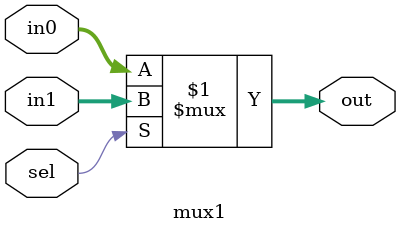
<source format=v>
`timescale 1ns / 1ps


module mux1(output [8:0] out, input sel, input [8:0] in0,in1);
assign out = sel ? in1 : in0;
endmodule

</source>
